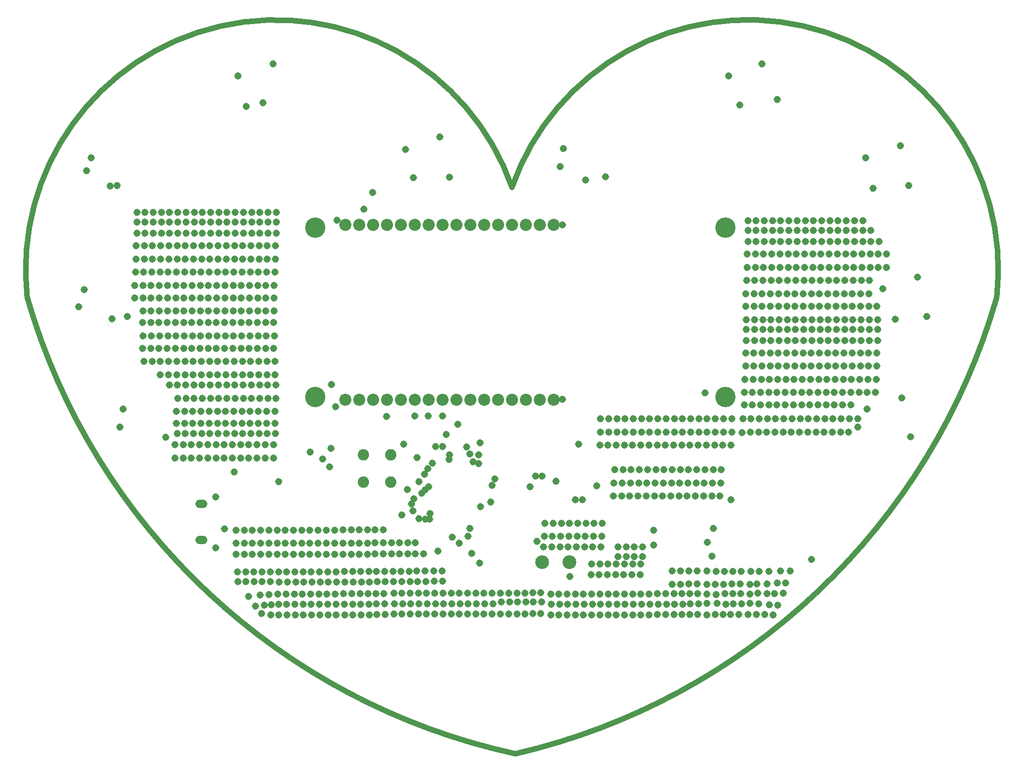
<source format=gbr>
%TF.GenerationSoftware,Altium Limited,Altium Designer,24.6.1 (21)*%
G04 Layer_Physical_Order=2*
G04 Layer_Color=32768*
%FSLAX45Y45*%
%MOMM*%
%TF.SameCoordinates,D6E34864-ACFE-43FA-A01B-F9739AC3D18D*%
%TF.FilePolarity,Negative*%
%TF.FileFunction,Copper,L2,Inr,Plane*%
%TF.Part,Single*%
G01*
G75*
%TA.AperFunction,NonConductor*%
%ADD43C,1.01600*%
%TA.AperFunction,ComponentPad*%
%ADD44C,3.71600*%
%ADD45C,2.21600*%
%ADD46O,2.21600X1.51600*%
%ADD47C,2.08280*%
%ADD48C,2.51600*%
%TA.AperFunction,ViaPad*%
%ADD49C,1.31600*%
D43*
X-64290Y10362410D02*
G03*
X-8932157Y8353912I-4319270J-1510509D01*
G01*
X8801962Y8355619D02*
G03*
X-65904Y10364117I-4548597J497989D01*
G01*
X-790Y-790D02*
G03*
X8801962Y8355619I-2699728J11658602D01*
G01*
X-8932157Y8353912D02*
G03*
X-790Y-790I11463346J3303310D01*
G01*
X-65905Y10364117D02*
X-64290Y10362410D01*
D44*
X3834610Y9627010D02*
D03*
X-3665390D02*
D03*
X3834610Y6527010D02*
D03*
X-3665390D02*
D03*
D45*
X694610Y6477010D02*
D03*
X440610D02*
D03*
X186610D02*
D03*
X-67390D02*
D03*
X-321390D02*
D03*
X-575390D02*
D03*
X-829390D02*
D03*
X-1083390D02*
D03*
X-1337390D02*
D03*
X-1591390D02*
D03*
X-1845390D02*
D03*
X-2099390D02*
D03*
X-2353390D02*
D03*
X-2607390D02*
D03*
X-2861390D02*
D03*
X-3115390D02*
D03*
X694610Y9677010D02*
D03*
X440610D02*
D03*
X186610D02*
D03*
X-67390D02*
D03*
X-321390D02*
D03*
X-575390D02*
D03*
X-829390D02*
D03*
X-1083390D02*
D03*
X-1337390D02*
D03*
X-1591390D02*
D03*
X-1845390D02*
D03*
X-2099390D02*
D03*
X-2353390D02*
D03*
X-2607390D02*
D03*
X-2861390D02*
D03*
X-3115390D02*
D03*
D46*
X-5746190Y4571010D02*
D03*
Y3911010D02*
D03*
D47*
X-2786790Y4972911D02*
D03*
X-2286790D02*
D03*
Y5472910D02*
D03*
X-2786790D02*
D03*
D48*
X481810Y3504410D02*
D03*
X981810D02*
D03*
D49*
X989810Y3246506D02*
D03*
X-1981990Y4837910D02*
D03*
X-2044700Y5664200D02*
D03*
X-1713825Y4764748D02*
D03*
X-1856100Y4668857D02*
D03*
X-1658889Y4825179D02*
D03*
X-869729Y3983368D02*
D03*
X-7759700Y10909300D02*
D03*
X-4334604Y4978400D02*
D03*
X-1562100Y4394200D02*
D03*
X-647700Y5689600D02*
D03*
X-431800Y4914900D02*
D03*
X-802790Y3664767D02*
D03*
X393700Y3886200D02*
D03*
X-3404390Y5248214D02*
D03*
X-1568000Y4292600D02*
D03*
X-1423190Y3707610D02*
D03*
X-2083590Y4368010D02*
D03*
X2023847Y3610428D02*
D03*
X2173847D02*
D03*
X2323847D02*
D03*
X1869959Y3609972D02*
D03*
Y3787772D02*
D03*
X2323847Y3788228D02*
D03*
X2173847D02*
D03*
X2023847D02*
D03*
X2279179Y3278421D02*
D03*
X2129179D02*
D03*
X1979179D02*
D03*
X1829179D02*
D03*
X1679179D02*
D03*
X1529179D02*
D03*
X1379179D02*
D03*
X1391879Y3468921D02*
D03*
X1541879D02*
D03*
X1691879D02*
D03*
X1841879D02*
D03*
X1991879D02*
D03*
X2141879D02*
D03*
X2291879D02*
D03*
X512173Y3787776D02*
D03*
X662173D02*
D03*
X812173D02*
D03*
X962173D02*
D03*
X1112173D02*
D03*
X1262173D02*
D03*
X1412173D02*
D03*
X1562173D02*
D03*
X524873Y3978276D02*
D03*
X674873D02*
D03*
X824873D02*
D03*
X974873D02*
D03*
X1124873D02*
D03*
X1274873D02*
D03*
X1424873D02*
D03*
X1574873D02*
D03*
X537573Y4219576D02*
D03*
X687573D02*
D03*
X837573D02*
D03*
X987573D02*
D03*
X1137573D02*
D03*
X1287573D02*
D03*
X1437573D02*
D03*
X1587573D02*
D03*
X4708951Y2540619D02*
D03*
X5026451Y3340719D02*
D03*
X4797851Y2718419D02*
D03*
X4899451Y2934319D02*
D03*
X4937551Y3124819D02*
D03*
X4456344Y3338381D02*
D03*
X4637456Y3337926D02*
D03*
X4303701Y3336655D02*
D03*
X3972589Y3337111D02*
D03*
X4122589D02*
D03*
X3818701Y3336655D02*
D03*
X3668701D02*
D03*
X4445658Y2746678D02*
D03*
X4416835Y3109717D02*
D03*
X4597947Y3109261D02*
D03*
Y2931461D02*
D03*
X4432958Y2937178D02*
D03*
X4121254Y2930871D02*
D03*
X3971254D02*
D03*
X3670932Y2912910D02*
D03*
X3833632Y2925610D02*
D03*
X4286244Y2925154D02*
D03*
Y3102954D02*
D03*
X3955132Y3103410D02*
D03*
X4105132D02*
D03*
X3801244Y3102954D02*
D03*
X3651244D02*
D03*
X3846332Y2735110D02*
D03*
X3683632Y2747810D02*
D03*
X3983954Y2740371D02*
D03*
X4133954D02*
D03*
X4288732Y2750312D02*
D03*
X3501332D02*
D03*
X4847532Y3343308D02*
D03*
X4787110Y3123410D02*
D03*
X4736310Y2932910D02*
D03*
X4644332Y2724912D02*
D03*
X4555432Y2547112D02*
D03*
X4403032D02*
D03*
X4085642Y2552829D02*
D03*
X3935642D02*
D03*
X3648020Y2547568D02*
D03*
X3798020D02*
D03*
X4250632Y2547112D02*
D03*
X-4598190Y2717010D02*
D03*
X-4469933Y2728897D02*
D03*
X-4483333Y3148236D02*
D03*
X-4633333D02*
D03*
X-4783333D02*
D03*
X-4933333D02*
D03*
X-4508733Y2915732D02*
D03*
X-4671433Y2903032D02*
D03*
X-2393846Y2740371D02*
D03*
X-2543846D02*
D03*
X-3131468Y2735110D02*
D03*
X-2981468D02*
D03*
X-2831468D02*
D03*
X-2681468D02*
D03*
X-3285356Y2734654D02*
D03*
X-3435356D02*
D03*
X-3585356D02*
D03*
X-3735356D02*
D03*
X-3885356D02*
D03*
X-4035356D02*
D03*
X-4185356D02*
D03*
X-4335356D02*
D03*
X476354Y2778471D02*
D03*
X326354D02*
D03*
X-261268Y2773210D02*
D03*
X-111268D02*
D03*
X38732D02*
D03*
X188732D02*
D03*
X-415156Y2747354D02*
D03*
X-565156D02*
D03*
X-715156D02*
D03*
X-865156D02*
D03*
X-1015156D02*
D03*
X-1165156D02*
D03*
X-1315156D02*
D03*
X-1465156D02*
D03*
X-1615156D02*
D03*
X-1765156D02*
D03*
X-1915156D02*
D03*
X-2065156D02*
D03*
X-2215156D02*
D03*
X3346554Y2740371D02*
D03*
X3196554D02*
D03*
X2608932Y2735110D02*
D03*
X2758932D02*
D03*
X2908932D02*
D03*
X3058932D02*
D03*
X2455044Y2734654D02*
D03*
X2305044D02*
D03*
X2155044D02*
D03*
X2005044D02*
D03*
X1855044D02*
D03*
X1705044D02*
D03*
X1555044D02*
D03*
X1405044D02*
D03*
X1255044D02*
D03*
X1105044D02*
D03*
X955044D02*
D03*
X805044D02*
D03*
X655044D02*
D03*
X-4476202Y2539414D02*
D03*
X-4641302Y2564814D02*
D03*
X-4755602Y2704514D02*
D03*
X-4882602Y2882314D02*
D03*
X-5077006Y3149014D02*
D03*
X-1483526Y3156843D02*
D03*
X-1333526D02*
D03*
X-1496226Y3347343D02*
D03*
X-1346226D02*
D03*
X-1969429Y3858936D02*
D03*
X-2119429D02*
D03*
X-2269429D02*
D03*
X-1831807Y3864197D02*
D03*
X-1681807Y3660997D02*
D03*
X-1831807D02*
D03*
X-1656407Y3343497D02*
D03*
X-1806407D02*
D03*
X-2244029Y3338236D02*
D03*
X-2094029D02*
D03*
X-1944029D02*
D03*
X-2269429Y3655736D02*
D03*
X-2119429D02*
D03*
X-1969429D02*
D03*
X-1643707Y3152997D02*
D03*
X-1793707D02*
D03*
X-2231329Y3147736D02*
D03*
X-2081329D02*
D03*
X-1931329D02*
D03*
X-2387781Y2547815D02*
D03*
X-2537781D02*
D03*
X-3125404Y2542553D02*
D03*
X-2975404D02*
D03*
X-2825404D02*
D03*
X-2675404D02*
D03*
X-3279292Y2542098D02*
D03*
X-3429292D02*
D03*
X-3579292D02*
D03*
X-3729292D02*
D03*
X-3879292D02*
D03*
X-4029292D02*
D03*
X-4179292D02*
D03*
X-4329292D02*
D03*
X2863844Y3102954D02*
D03*
X3013844D02*
D03*
X2863844Y3344254D02*
D03*
X3013844D02*
D03*
X3317732Y3344710D02*
D03*
X3167732D02*
D03*
X3317732Y3103410D02*
D03*
X3167732D02*
D03*
X3498844Y3344254D02*
D03*
Y3102954D02*
D03*
Y2925154D02*
D03*
Y2544154D02*
D03*
X642344D02*
D03*
X792344D02*
D03*
X942344D02*
D03*
X1092344D02*
D03*
X1242344D02*
D03*
X1392344D02*
D03*
X1542344D02*
D03*
X1692344D02*
D03*
X1842344D02*
D03*
X1992344D02*
D03*
X2142344D02*
D03*
X2292344D02*
D03*
X2442344D02*
D03*
X642344Y2925154D02*
D03*
X792344D02*
D03*
X942344D02*
D03*
X1092344D02*
D03*
X1242344D02*
D03*
X1392344D02*
D03*
X1542344D02*
D03*
X1692344D02*
D03*
X1842344D02*
D03*
X1992344D02*
D03*
X2142344D02*
D03*
X2292344D02*
D03*
X2442344D02*
D03*
X3046232Y2925610D02*
D03*
X2896232D02*
D03*
X2746232D02*
D03*
X2596232D02*
D03*
X3046232Y2544610D02*
D03*
X2896232D02*
D03*
X2746232D02*
D03*
X2596232D02*
D03*
X3183854Y2549871D02*
D03*
X3333854D02*
D03*
X3183854Y2930871D02*
D03*
X3333854D02*
D03*
X-2227856Y2556854D02*
D03*
X-2077856D02*
D03*
X-1927856D02*
D03*
X-1777856D02*
D03*
X-1627856D02*
D03*
X-1477856D02*
D03*
X-1327856D02*
D03*
X-1177856D02*
D03*
X-1027856D02*
D03*
X-877856D02*
D03*
X-727856D02*
D03*
X-577856D02*
D03*
X-427856D02*
D03*
X-2227856Y2937854D02*
D03*
X-2077856D02*
D03*
X-1927856D02*
D03*
X-1777856D02*
D03*
X-1627856D02*
D03*
X-1477856D02*
D03*
X-1327856D02*
D03*
X-1177856D02*
D03*
X-1027856D02*
D03*
X-877856D02*
D03*
X-727856D02*
D03*
X-577856D02*
D03*
X-427856D02*
D03*
X176032Y2938310D02*
D03*
X26032D02*
D03*
X-123968D02*
D03*
X-273968D02*
D03*
X176032Y2557310D02*
D03*
X26032D02*
D03*
X-123968D02*
D03*
X-273968D02*
D03*
X313654Y2562571D02*
D03*
X463654D02*
D03*
X313654Y2943571D02*
D03*
X463654D02*
D03*
X-4348056Y2925154D02*
D03*
X-4198056D02*
D03*
X-4048056D02*
D03*
X-3898056D02*
D03*
X-3748056D02*
D03*
X-3598056D02*
D03*
X-3448056D02*
D03*
X-3298056D02*
D03*
X-4322656Y3141054D02*
D03*
X-4172656D02*
D03*
X-4022656D02*
D03*
X-3872656D02*
D03*
X-3722656D02*
D03*
X-3572656D02*
D03*
X-3422656D02*
D03*
X-3272656D02*
D03*
X-2668768Y3141510D02*
D03*
X-2818768D02*
D03*
X-2968768D02*
D03*
X-3118768D02*
D03*
X-2694168Y2925610D02*
D03*
X-2844168D02*
D03*
X-2994168D02*
D03*
X-3144168D02*
D03*
X-2556546Y2930871D02*
D03*
X-2406546D02*
D03*
X-2531146Y3146771D02*
D03*
X-2381146D02*
D03*
X-5085356Y3331554D02*
D03*
X-4935356D02*
D03*
X-4785356D02*
D03*
X-4635356D02*
D03*
X-4485356D02*
D03*
X-4335356D02*
D03*
X-4185356D02*
D03*
X-4035356D02*
D03*
X-3885356D02*
D03*
X-3735356D02*
D03*
X-3585356D02*
D03*
X-3435356D02*
D03*
X-3285356D02*
D03*
X-5110756Y3649054D02*
D03*
X-4960756D02*
D03*
X-4810756D02*
D03*
X-4660756D02*
D03*
X-4510756D02*
D03*
X-4360756D02*
D03*
X-4210756D02*
D03*
X-4060756D02*
D03*
X-3910756D02*
D03*
X-3760756D02*
D03*
X-3610756D02*
D03*
X-3460756D02*
D03*
X-3310756D02*
D03*
X-2706868Y3649510D02*
D03*
X-2856868D02*
D03*
X-3006868D02*
D03*
X-3156868D02*
D03*
X-2681468Y3332010D02*
D03*
X-2831468D02*
D03*
X-2981468D02*
D03*
X-3131468D02*
D03*
X-2543846Y3337271D02*
D03*
X-2393846D02*
D03*
X-2569246Y3654771D02*
D03*
X-2419246D02*
D03*
Y4099271D02*
D03*
X-2569246D02*
D03*
X-2419246Y3857971D02*
D03*
X-2569246D02*
D03*
X-3156868Y3852710D02*
D03*
X-3006868D02*
D03*
X-2856868D02*
D03*
X-2706868D02*
D03*
X-3156868Y4094010D02*
D03*
X-3006868D02*
D03*
X-2856868D02*
D03*
X-2706868D02*
D03*
X-3310756Y4093554D02*
D03*
X-3460756D02*
D03*
X-3610756D02*
D03*
X-3760756D02*
D03*
X-3910756D02*
D03*
X-4060756D02*
D03*
X-4210756D02*
D03*
X-4360756D02*
D03*
X-4510756D02*
D03*
X-4660756D02*
D03*
X-4810756D02*
D03*
X-4960756D02*
D03*
X-5110756D02*
D03*
X-3310756Y3852254D02*
D03*
X-3460756D02*
D03*
X-3610756D02*
D03*
X-3760756D02*
D03*
X-3910756D02*
D03*
X-4060756D02*
D03*
X-4210756D02*
D03*
X-4360756D02*
D03*
X-4510756D02*
D03*
X-4660756D02*
D03*
X-4810756D02*
D03*
X-4960756D02*
D03*
X-5110756D02*
D03*
X-5322090Y4114010D02*
D03*
X4293776Y5886029D02*
D03*
X4443776D02*
D03*
X4593776D02*
D03*
X4743776D02*
D03*
X4893776D02*
D03*
X5043776D02*
D03*
X5193776D02*
D03*
X5343776D02*
D03*
X5493776D02*
D03*
X5643776D02*
D03*
X5793776D02*
D03*
X5943776D02*
D03*
X6093776D02*
D03*
X4156476Y6127329D02*
D03*
X4306476D02*
D03*
X4456476D02*
D03*
X4606476D02*
D03*
X4756476D02*
D03*
X4906476D02*
D03*
X5056476D02*
D03*
X5206476D02*
D03*
X5356476D02*
D03*
X5506476D02*
D03*
X5656476D02*
D03*
X5806476D02*
D03*
X5956476D02*
D03*
X6106476D02*
D03*
X6256476D02*
D03*
X4139410Y5879310D02*
D03*
X3764773Y5197476D02*
D03*
X3614773D02*
D03*
X3464773D02*
D03*
X3314773D02*
D03*
X3164773D02*
D03*
X3014773D02*
D03*
X2864773D02*
D03*
X2714773D02*
D03*
X2564773D02*
D03*
X2414773D02*
D03*
X2264773D02*
D03*
X2114773D02*
D03*
X1964773D02*
D03*
X1814773D02*
D03*
X3752073Y4956176D02*
D03*
X3602073D02*
D03*
X3452073D02*
D03*
X3302073D02*
D03*
X3152073D02*
D03*
X3002073D02*
D03*
X2852073D02*
D03*
X2702073D02*
D03*
X2552073D02*
D03*
X2402073D02*
D03*
X2252073D02*
D03*
X2102073D02*
D03*
X1952073D02*
D03*
X1802073D02*
D03*
X3739373Y4714876D02*
D03*
X3589373D02*
D03*
X3439373D02*
D03*
X3289373D02*
D03*
X3139373D02*
D03*
X2989373D02*
D03*
X2839373D02*
D03*
X2689373D02*
D03*
X2539373D02*
D03*
X2389373D02*
D03*
X2239373D02*
D03*
X2089373D02*
D03*
X1939373D02*
D03*
X1789373D02*
D03*
X1540276Y5644729D02*
D03*
X1690276D02*
D03*
X1840276D02*
D03*
X1990276D02*
D03*
X2140276D02*
D03*
X2290276D02*
D03*
X2440276D02*
D03*
X2590276D02*
D03*
X2740276D02*
D03*
X2890276D02*
D03*
X3040276D02*
D03*
X3190276D02*
D03*
X3340276D02*
D03*
X3490276D02*
D03*
X3640276D02*
D03*
X3790276D02*
D03*
X3940276D02*
D03*
X1552976Y5886029D02*
D03*
X1702976D02*
D03*
X1852976D02*
D03*
X2002976D02*
D03*
X2152976D02*
D03*
X2302976D02*
D03*
X2452976D02*
D03*
X2602976D02*
D03*
X2752976D02*
D03*
X2902976D02*
D03*
X3052976D02*
D03*
X3202976D02*
D03*
X3352976D02*
D03*
X3502976D02*
D03*
X3652976D02*
D03*
X3802976D02*
D03*
X3952976D02*
D03*
X1552976Y6127329D02*
D03*
X1702976D02*
D03*
X1852976D02*
D03*
X2002976D02*
D03*
X2152976D02*
D03*
X2302976D02*
D03*
X2452976D02*
D03*
X2602976D02*
D03*
X2752976D02*
D03*
X2902976D02*
D03*
X3052976D02*
D03*
X3202976D02*
D03*
X3352976D02*
D03*
X3502976D02*
D03*
X3652976D02*
D03*
X3802976D02*
D03*
X3952976D02*
D03*
X4219976Y7943429D02*
D03*
X4369976D02*
D03*
X4519976D02*
D03*
X4669976D02*
D03*
X4819976D02*
D03*
X4969976D02*
D03*
X5119976D02*
D03*
X5269976D02*
D03*
X5419976D02*
D03*
X5569976D02*
D03*
X5719976D02*
D03*
X5869976D02*
D03*
X6019976D02*
D03*
X6169976D02*
D03*
X6319976D02*
D03*
X6469976D02*
D03*
X6619976D02*
D03*
Y7765629D02*
D03*
X6469976D02*
D03*
X6319976D02*
D03*
X6169976D02*
D03*
X6019976D02*
D03*
X5869976D02*
D03*
X5719976D02*
D03*
X5569976D02*
D03*
X5419976D02*
D03*
X5269976D02*
D03*
X5119976D02*
D03*
X4969976D02*
D03*
X4819976D02*
D03*
X4669976D02*
D03*
X4519976D02*
D03*
X4369976D02*
D03*
X4219976D02*
D03*
X6619976Y7562429D02*
D03*
X6469976D02*
D03*
X6319976D02*
D03*
X6169976D02*
D03*
X6019976D02*
D03*
X5869976D02*
D03*
X5719976D02*
D03*
X5569976D02*
D03*
X5419976D02*
D03*
X5269976D02*
D03*
X5119976D02*
D03*
X4969976D02*
D03*
X4819976D02*
D03*
X4669976D02*
D03*
X4519976D02*
D03*
X4369976D02*
D03*
X4219976D02*
D03*
X6607276Y7333829D02*
D03*
X6457276D02*
D03*
X6307276D02*
D03*
X6157276D02*
D03*
X6007276D02*
D03*
X5857276D02*
D03*
X5707276D02*
D03*
X5557276D02*
D03*
X5407276D02*
D03*
X5257276D02*
D03*
X5107276D02*
D03*
X4957276D02*
D03*
X4807276D02*
D03*
X4657276D02*
D03*
X4507276D02*
D03*
X4357276D02*
D03*
X4207276D02*
D03*
X6607276Y7092529D02*
D03*
X6457276D02*
D03*
X6307276D02*
D03*
X6157276D02*
D03*
X6007276D02*
D03*
X5857276D02*
D03*
X5707276D02*
D03*
X5557276D02*
D03*
X5407276D02*
D03*
X5257276D02*
D03*
X5107276D02*
D03*
X4957276D02*
D03*
X4807276D02*
D03*
X4657276D02*
D03*
X4507276D02*
D03*
X4357276D02*
D03*
X4207276D02*
D03*
X6594576Y6851229D02*
D03*
X6444576D02*
D03*
X6294576D02*
D03*
X6144576D02*
D03*
X5994576D02*
D03*
X5844576D02*
D03*
X5694576D02*
D03*
X5544576D02*
D03*
X5394576D02*
D03*
X5244576D02*
D03*
X5094576D02*
D03*
X4944576D02*
D03*
X4794576D02*
D03*
X4644576D02*
D03*
X4494576D02*
D03*
X4344576D02*
D03*
X4194576D02*
D03*
X6581876Y6609929D02*
D03*
X6431876D02*
D03*
X6281876D02*
D03*
X6131876D02*
D03*
X5981876D02*
D03*
X5831876D02*
D03*
X5681876D02*
D03*
X5531876D02*
D03*
X5381876D02*
D03*
X5231876D02*
D03*
X5081876D02*
D03*
X4931876D02*
D03*
X4781876D02*
D03*
X4631876D02*
D03*
X4481876D02*
D03*
X4331876D02*
D03*
X4181876D02*
D03*
X6131876Y6381329D02*
D03*
X5981876D02*
D03*
X5831876D02*
D03*
X5681876D02*
D03*
X5531876D02*
D03*
X5381876D02*
D03*
X5231876D02*
D03*
X5081876D02*
D03*
X4931876D02*
D03*
X4781876D02*
D03*
X4631876D02*
D03*
X4481876D02*
D03*
X4331876D02*
D03*
X4181876D02*
D03*
X4249210Y9752810D02*
D03*
X4399210D02*
D03*
X4549210D02*
D03*
X4699210D02*
D03*
X4849210D02*
D03*
X4999210D02*
D03*
X5149210D02*
D03*
X5299210D02*
D03*
X5449210D02*
D03*
X5599210D02*
D03*
X5749210D02*
D03*
X5899210D02*
D03*
X6049210D02*
D03*
X6199210D02*
D03*
X6349210D02*
D03*
X6499210Y9575010D02*
D03*
X6349210D02*
D03*
X6199210D02*
D03*
X6049210D02*
D03*
X5899210D02*
D03*
X5749210D02*
D03*
X5599210D02*
D03*
X5449210D02*
D03*
X5299210D02*
D03*
X5149210D02*
D03*
X4999210D02*
D03*
X4849210D02*
D03*
X4699210D02*
D03*
X4549210D02*
D03*
X4399210D02*
D03*
X4249210D02*
D03*
X6649210Y9371810D02*
D03*
X6499210D02*
D03*
X6349210D02*
D03*
X6199210D02*
D03*
X6049210D02*
D03*
X5899210D02*
D03*
X5749210D02*
D03*
X5599210D02*
D03*
X5449210D02*
D03*
X5299210D02*
D03*
X5149210D02*
D03*
X4999210D02*
D03*
X4849210D02*
D03*
X4699210D02*
D03*
X4549210D02*
D03*
X4399210D02*
D03*
X4249210D02*
D03*
X6786510Y9143210D02*
D03*
X6636510D02*
D03*
X6486510D02*
D03*
X6336510D02*
D03*
X6186510D02*
D03*
X6036510D02*
D03*
X5886510D02*
D03*
X5736510D02*
D03*
X5586510D02*
D03*
X5436510D02*
D03*
X5286510D02*
D03*
X5136510D02*
D03*
X4986510D02*
D03*
X4836510D02*
D03*
X4686510D02*
D03*
X4536510D02*
D03*
X4386510D02*
D03*
X4236510D02*
D03*
X6786510Y8901910D02*
D03*
X6636510D02*
D03*
X6486510D02*
D03*
X6336510D02*
D03*
X6186510D02*
D03*
X6036510D02*
D03*
X5886510D02*
D03*
X5736510D02*
D03*
X5586510D02*
D03*
X5436510D02*
D03*
X5286510D02*
D03*
X5136510D02*
D03*
X4986510D02*
D03*
X4836510D02*
D03*
X4686510D02*
D03*
X4536510D02*
D03*
X4386510D02*
D03*
X4236510D02*
D03*
X6473810Y8660610D02*
D03*
X6323810D02*
D03*
X6173810D02*
D03*
X6023810D02*
D03*
X5873810D02*
D03*
X5723810D02*
D03*
X5573810D02*
D03*
X5423810D02*
D03*
X5273810D02*
D03*
X5123810D02*
D03*
X4973810D02*
D03*
X4823810D02*
D03*
X4673810D02*
D03*
X4523810D02*
D03*
X4373810D02*
D03*
X4223810D02*
D03*
X6461110Y8419310D02*
D03*
X6311110D02*
D03*
X6161110D02*
D03*
X6011110D02*
D03*
X5861110D02*
D03*
X5711110D02*
D03*
X5561110D02*
D03*
X5411110D02*
D03*
X5261110D02*
D03*
X5111110D02*
D03*
X4961110D02*
D03*
X4811110D02*
D03*
X4661110D02*
D03*
X4511110D02*
D03*
X4361110D02*
D03*
X4211110D02*
D03*
X6611110Y8190710D02*
D03*
X6461110D02*
D03*
X6311110D02*
D03*
X6161110D02*
D03*
X6011110D02*
D03*
X5861110D02*
D03*
X5711110D02*
D03*
X5561110D02*
D03*
X5411110D02*
D03*
X5261110D02*
D03*
X5111110D02*
D03*
X4961110D02*
D03*
X4811110D02*
D03*
X4661110D02*
D03*
X4511110D02*
D03*
X4361110D02*
D03*
X4211110D02*
D03*
X-6228356Y5414354D02*
D03*
X-6078356D02*
D03*
X-5928356D02*
D03*
X-5778356D02*
D03*
X-5628356D02*
D03*
X-5478356D02*
D03*
X-5328356D02*
D03*
X-5178356D02*
D03*
X-5028356D02*
D03*
X-4878356D02*
D03*
X-4728356D02*
D03*
X-4578356D02*
D03*
X-4428356D02*
D03*
X-6228356Y5655654D02*
D03*
X-6078356D02*
D03*
X-5928356D02*
D03*
X-5778356D02*
D03*
X-5628356D02*
D03*
X-5478356D02*
D03*
X-5328356D02*
D03*
X-5178356D02*
D03*
X-5028356D02*
D03*
X-4878356D02*
D03*
X-4728356D02*
D03*
X-4578356D02*
D03*
X-4428356D02*
D03*
X-6190256Y5858854D02*
D03*
X-6040256D02*
D03*
X-5890256D02*
D03*
X-5740256D02*
D03*
X-5590256D02*
D03*
X-5440256D02*
D03*
X-5290256D02*
D03*
X-5140256D02*
D03*
X-4990256D02*
D03*
X-4840256D02*
D03*
X-4690256D02*
D03*
X-4540256D02*
D03*
X-4390256D02*
D03*
X-6202956Y6049354D02*
D03*
X-6052956D02*
D03*
X-5902956D02*
D03*
X-5752956D02*
D03*
X-5602956D02*
D03*
X-5452956D02*
D03*
X-5302956D02*
D03*
X-5152956D02*
D03*
X-5002956D02*
D03*
X-4852956D02*
D03*
X-4702956D02*
D03*
X-4552956D02*
D03*
X-4402956D02*
D03*
X-6202956Y6265254D02*
D03*
X-6052956D02*
D03*
X-5902956D02*
D03*
X-5752956D02*
D03*
X-5602956D02*
D03*
X-5452956D02*
D03*
X-5302956D02*
D03*
X-5152956D02*
D03*
X-5002956D02*
D03*
X-4852956D02*
D03*
X-4702956D02*
D03*
X-4552956D02*
D03*
X-4402956D02*
D03*
X-4378758Y6504949D02*
D03*
X-4528758D02*
D03*
X-4678758D02*
D03*
X-4828758D02*
D03*
X-4978758D02*
D03*
X-5128758D02*
D03*
X-5278758D02*
D03*
X-5428758D02*
D03*
X-5578758D02*
D03*
X-5728758D02*
D03*
X-5878758D02*
D03*
X-6028758D02*
D03*
X-6178758D02*
D03*
X-6333307Y6746827D02*
D03*
X-6183307D02*
D03*
X-6033307D02*
D03*
X-5883307D02*
D03*
X-5733307D02*
D03*
X-5583307D02*
D03*
X-5433307D02*
D03*
X-5283307D02*
D03*
X-5133307D02*
D03*
X-4983307D02*
D03*
X-4833307D02*
D03*
X-4683307D02*
D03*
X-4533307D02*
D03*
X-4383307D02*
D03*
X-4396007Y6937327D02*
D03*
X-4546007D02*
D03*
X-4696007D02*
D03*
X-4846007D02*
D03*
X-4996007D02*
D03*
X-5146007D02*
D03*
X-5296007D02*
D03*
X-5446007D02*
D03*
X-5596007D02*
D03*
X-5746007D02*
D03*
X-5896007D02*
D03*
X-6046007D02*
D03*
X-6196007D02*
D03*
X-6346007D02*
D03*
X-6496007D02*
D03*
X-4396007Y7178627D02*
D03*
X-4546007D02*
D03*
X-4696007D02*
D03*
X-4846007D02*
D03*
X-4996007D02*
D03*
X-5146007D02*
D03*
X-5296007D02*
D03*
X-5446007D02*
D03*
X-5596007D02*
D03*
X-5746007D02*
D03*
X-5896007D02*
D03*
X-6046007D02*
D03*
X-6196007D02*
D03*
X-6346007D02*
D03*
X-6496007D02*
D03*
X-6646007D02*
D03*
X-6796007D02*
D03*
X-4421407Y7419927D02*
D03*
X-4571407D02*
D03*
X-4721407D02*
D03*
X-4871407D02*
D03*
X-5021407D02*
D03*
X-5171407D02*
D03*
X-5321407D02*
D03*
X-5471407D02*
D03*
X-5621407D02*
D03*
X-5771407D02*
D03*
X-5921407D02*
D03*
X-6071407D02*
D03*
X-6221407D02*
D03*
X-6371407D02*
D03*
X-6521407D02*
D03*
X-6671407D02*
D03*
X-6821407D02*
D03*
X-4408707Y7648527D02*
D03*
X-4558707D02*
D03*
X-4708707D02*
D03*
X-4858707D02*
D03*
X-5008707D02*
D03*
X-5158707D02*
D03*
X-5308707D02*
D03*
X-5458707D02*
D03*
X-5608707D02*
D03*
X-5758707D02*
D03*
X-5908707D02*
D03*
X-6058707D02*
D03*
X-6208707D02*
D03*
X-6358707D02*
D03*
X-6508707D02*
D03*
X-6658707D02*
D03*
X-6808707D02*
D03*
X-4421407Y7889827D02*
D03*
X-4571407D02*
D03*
X-4721407D02*
D03*
X-4871407D02*
D03*
X-5021407D02*
D03*
X-5171407D02*
D03*
X-5321407D02*
D03*
X-5471407D02*
D03*
X-5621407D02*
D03*
X-5771407D02*
D03*
X-5921407D02*
D03*
X-6071407D02*
D03*
X-6221407D02*
D03*
X-6371407D02*
D03*
X-6521407D02*
D03*
X-6671407D02*
D03*
X-6821407D02*
D03*
X-6814890Y8101810D02*
D03*
X-6664890D02*
D03*
X-6514890D02*
D03*
X-6364890D02*
D03*
X-6214890D02*
D03*
X-6064890D02*
D03*
X-5914890D02*
D03*
X-5764890D02*
D03*
X-5614890D02*
D03*
X-5464890D02*
D03*
X-5314890D02*
D03*
X-5164890D02*
D03*
X-5014890D02*
D03*
X-4864890D02*
D03*
X-4714890D02*
D03*
X-4564890D02*
D03*
X-4414890D02*
D03*
X-6964890Y8343110D02*
D03*
X-6814890D02*
D03*
X-6664890D02*
D03*
X-6514890D02*
D03*
X-6364890D02*
D03*
X-6214890D02*
D03*
X-6064890D02*
D03*
X-5914890D02*
D03*
X-5764890D02*
D03*
X-5614890D02*
D03*
X-5464890D02*
D03*
X-5314890D02*
D03*
X-5164890D02*
D03*
X-5014890D02*
D03*
X-4864890D02*
D03*
X-4714890D02*
D03*
X-4564890D02*
D03*
X-4414890D02*
D03*
X-6964890Y8571710D02*
D03*
X-6814890D02*
D03*
X-6664890D02*
D03*
X-6514890D02*
D03*
X-6364890D02*
D03*
X-6214890D02*
D03*
X-6064890D02*
D03*
X-5914890D02*
D03*
X-5764890D02*
D03*
X-5614890D02*
D03*
X-5464890D02*
D03*
X-5314890D02*
D03*
X-5164890D02*
D03*
X-5014890D02*
D03*
X-4864890D02*
D03*
X-4714890D02*
D03*
X-4564890D02*
D03*
X-4414890D02*
D03*
X-6952190Y8813010D02*
D03*
X-6802190D02*
D03*
X-6652190D02*
D03*
X-6502190D02*
D03*
X-6352190D02*
D03*
X-6202190D02*
D03*
X-6052190D02*
D03*
X-5902190D02*
D03*
X-5752190D02*
D03*
X-5602190D02*
D03*
X-5452190D02*
D03*
X-5302190D02*
D03*
X-5152190D02*
D03*
X-5002190D02*
D03*
X-4852190D02*
D03*
X-4702190D02*
D03*
X-4552190D02*
D03*
X-4402190D02*
D03*
X-6939490Y9054310D02*
D03*
X-6789490D02*
D03*
X-6639490D02*
D03*
X-6489490D02*
D03*
X-6339490D02*
D03*
X-6189490D02*
D03*
X-6039490D02*
D03*
X-5889490D02*
D03*
X-5739490D02*
D03*
X-5589490D02*
D03*
X-5439490D02*
D03*
X-5289490D02*
D03*
X-5139490D02*
D03*
X-4989490D02*
D03*
X-4839490D02*
D03*
X-4689490D02*
D03*
X-4539490D02*
D03*
X-4389490D02*
D03*
X-6939490Y9295610D02*
D03*
X-6789490D02*
D03*
X-6639490D02*
D03*
X-6489490D02*
D03*
X-6339490D02*
D03*
X-6189490D02*
D03*
X-6039490D02*
D03*
X-5889490D02*
D03*
X-5739490D02*
D03*
X-5589490D02*
D03*
X-5439490D02*
D03*
X-5289490D02*
D03*
X-5139490D02*
D03*
X-4989490D02*
D03*
X-4839490D02*
D03*
X-4689490D02*
D03*
X-4539490D02*
D03*
X-4389490D02*
D03*
X-6926790Y9524210D02*
D03*
X-6776790D02*
D03*
X-6626790D02*
D03*
X-6476790D02*
D03*
X-6326790D02*
D03*
X-6176790D02*
D03*
X-6026790D02*
D03*
X-5876790D02*
D03*
X-5726790D02*
D03*
X-5576790D02*
D03*
X-5426790D02*
D03*
X-5276790D02*
D03*
X-5126790D02*
D03*
X-4976790D02*
D03*
X-4826790D02*
D03*
X-4676790D02*
D03*
X-4526790D02*
D03*
X-4376790D02*
D03*
X-6926790Y9727410D02*
D03*
X-6776790D02*
D03*
X-6626790D02*
D03*
X-6476790D02*
D03*
X-6326790D02*
D03*
X-6176790D02*
D03*
X-6026790D02*
D03*
X-5876790D02*
D03*
X-5726790D02*
D03*
X-5576790D02*
D03*
X-5426790D02*
D03*
X-5276790D02*
D03*
X-5126790D02*
D03*
X-4976790D02*
D03*
X-4826790D02*
D03*
X-4676790D02*
D03*
X-4526790D02*
D03*
X-4376790D02*
D03*
Y9905210D02*
D03*
X-4526790D02*
D03*
X-4676790D02*
D03*
X-4826790D02*
D03*
X-4976790D02*
D03*
X-5126790D02*
D03*
X-5276790D02*
D03*
X-5426790D02*
D03*
X-5576790D02*
D03*
X-5726790D02*
D03*
X-5876790D02*
D03*
X-6026790D02*
D03*
X-6176790D02*
D03*
X-6326790D02*
D03*
X-6476790D02*
D03*
X-6626790D02*
D03*
X-6776790D02*
D03*
X-6926790D02*
D03*
X-838649Y4122521D02*
D03*
X-1155700Y3959450D02*
D03*
X3504410Y3869410D02*
D03*
X3618710Y4126710D02*
D03*
X3936210Y4647410D02*
D03*
X5416056Y3555210D02*
D03*
X1154910Y5663410D02*
D03*
X735810Y4990310D02*
D03*
X-1605080Y5214820D02*
D03*
X-1524790Y5320510D02*
D03*
X-1334290Y5625310D02*
D03*
X-1216314Y5384010D02*
D03*
X-1664490Y5117310D02*
D03*
X-838990Y5485610D02*
D03*
X-775490Y5345910D02*
D03*
X-381790Y5028410D02*
D03*
X-3378990Y5587210D02*
D03*
X-7417590Y10387810D02*
D03*
X-4623590Y11911810D02*
D03*
X-3530600Y5397500D02*
D03*
X-5144290Y5155410D02*
D03*
X-5487190Y4698210D02*
D03*
Y3771110D02*
D03*
X-6401590Y5790410D02*
D03*
X-7176290Y6311110D02*
D03*
X-7100090Y8000210D02*
D03*
X-7887490Y8495510D02*
D03*
X-7290590Y10400510D02*
D03*
X-5074144Y12407110D02*
D03*
X875610Y11073510D02*
D03*
X1644156Y10558999D02*
D03*
X3898310Y12406910D02*
D03*
X4787110Y11975310D02*
D03*
X6400010Y10908510D02*
D03*
X7194056Y10400510D02*
D03*
X6717510Y8508210D02*
D03*
X7517610Y8000210D02*
D03*
X6425410Y6311110D02*
D03*
X7225510Y5803110D02*
D03*
X3593310Y3618710D02*
D03*
X856756Y6488910D02*
D03*
Y9676610D02*
D03*
X-1207290Y10552910D02*
D03*
X-2013444Y11060910D02*
D03*
X-2616990Y10273510D02*
D03*
X-2775444Y9968710D02*
D03*
X-3264690Y9765510D02*
D03*
X-3290090Y6349210D02*
D03*
X-1600990Y6184110D02*
D03*
X-1842290D02*
D03*
X1091410Y4647410D02*
D03*
X2526510Y3821910D02*
D03*
Y4088610D02*
D03*
X265910Y4888710D02*
D03*
X-1207290Y5472910D02*
D03*
X-895844Y5612610D02*
D03*
X-638740Y4523361D02*
D03*
X-661190Y3491710D02*
D03*
X-1026033Y3856368D02*
D03*
X-1879600Y4445000D02*
D03*
X-1646811Y4295605D02*
D03*
X-1765300Y4305300D02*
D03*
X-1900811Y4575005D02*
D03*
X-1766090Y4977610D02*
D03*
X-1588290Y4888710D02*
D03*
X1485110Y4901410D02*
D03*
X1218410Y4647410D02*
D03*
X481810Y5079210D02*
D03*
X367510D02*
D03*
X-457990Y4609310D02*
D03*
X-1270790Y5842265D02*
D03*
X-1461290Y5625310D02*
D03*
X6260310Y5980910D02*
D03*
X3466310Y6603210D02*
D03*
X-3366290Y6755610D02*
D03*
X7060410Y6514310D02*
D03*
X-3759200Y5524500D02*
D03*
X-1054890Y6031710D02*
D03*
X-7239790Y5980910D02*
D03*
X1281910Y10502110D02*
D03*
X-7379490Y7962110D02*
D03*
X-7989090Y8178010D02*
D03*
X-7849390Y10667210D02*
D03*
X-4433090Y12623010D02*
D03*
X-4928390Y11848310D02*
D03*
X-1385090Y11289510D02*
D03*
X-1867690Y10540210D02*
D03*
X812010Y10743410D02*
D03*
X4507710Y12623010D02*
D03*
X4101310Y11873710D02*
D03*
X7035010Y11124410D02*
D03*
X6539710Y10349710D02*
D03*
X7352510Y8724110D02*
D03*
X6946110Y7949410D02*
D03*
X-1804190Y5422110D02*
D03*
X-2362990Y6171410D02*
D03*
X-673890Y5472910D02*
D03*
Y5307810D02*
D03*
X-1334290Y6184110D02*
D03*
%TF.MD5,84f0a86b20bc418fe216c3771dc0ccd3*%
M02*

</source>
